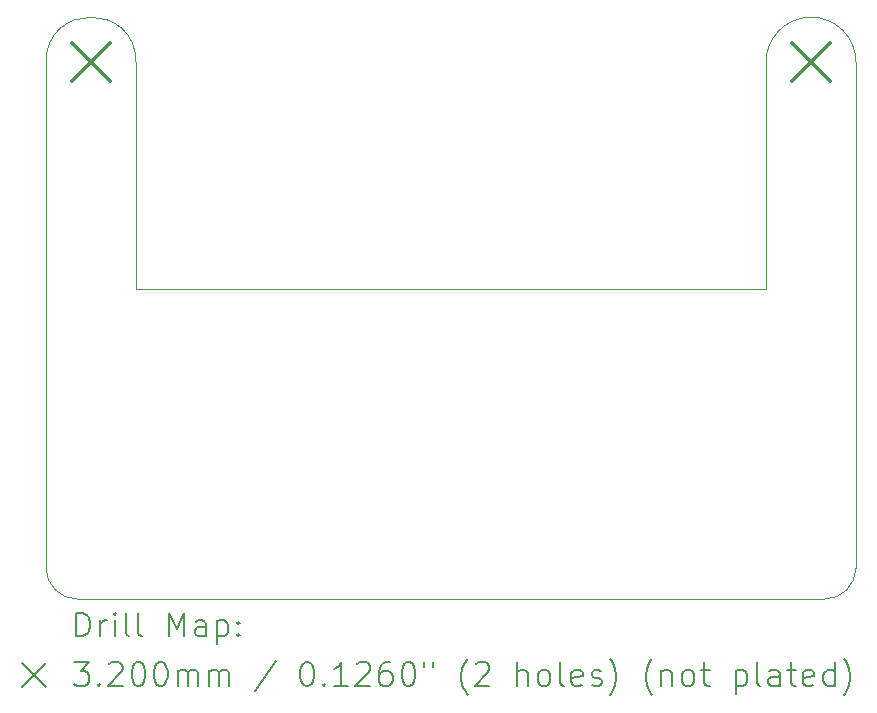
<source format=gbr>
%TF.GenerationSoftware,KiCad,Pcbnew,9.0.7*%
%TF.CreationDate,2026-02-21T16:48:58+00:00*%
%TF.ProjectId,z-axis-addon,7a2d6178-6973-42d6-9164-646f6e2e6b69,A*%
%TF.SameCoordinates,Original*%
%TF.FileFunction,Drillmap*%
%TF.FilePolarity,Positive*%
%FSLAX45Y45*%
G04 Gerber Fmt 4.5, Leading zero omitted, Abs format (unit mm)*
G04 Created by KiCad (PCBNEW 9.0.7) date 2026-02-21 16:48:58*
%MOMM*%
%LPD*%
G01*
G04 APERTURE LIST*
%ADD10C,0.050000*%
%ADD11C,0.200000*%
%ADD12C,0.320000*%
G04 APERTURE END LIST*
D10*
X15265400Y-13627100D02*
X15265400Y-13538200D01*
X22123400Y-13627100D02*
X22123400Y-13538200D01*
X15265400Y-9347200D02*
X15265400Y-10350500D01*
X16027400Y-10350500D02*
X16027400Y-9347200D01*
X22123400Y-9347200D02*
X22123400Y-10350500D01*
X21361612Y-10363193D02*
X21361612Y-9359893D01*
X16027400Y-11264900D02*
X16027400Y-10795000D01*
X21361612Y-11264900D02*
X16027400Y-11264900D01*
X21361612Y-10795000D02*
X21361612Y-11264900D01*
X15265400Y-13538200D02*
X15265400Y-10350500D01*
X17957800Y-13893800D02*
X15532100Y-13893800D01*
X22123400Y-13538200D02*
X22123400Y-12839700D01*
X22123400Y-13627100D02*
G75*
G02*
X21856700Y-13893800I-266700J0D01*
G01*
X15532100Y-13893800D02*
G75*
G02*
X15265400Y-13627100I0J266700D01*
G01*
X16027400Y-10363200D02*
X16027400Y-10350500D01*
X15265400Y-9347200D02*
G75*
G02*
X16027400Y-9347200I381000J0D01*
G01*
X21361612Y-10363193D02*
X21361612Y-10795000D01*
X21361612Y-9359893D02*
G75*
G02*
X22123400Y-9347200I380789J12693D01*
G01*
X22123400Y-10477500D02*
X22123400Y-10350500D01*
X19939000Y-13893800D02*
X17957800Y-13893800D01*
X22123400Y-12839700D02*
X22123400Y-10477500D01*
X16027400Y-10795000D02*
X16027400Y-10363200D01*
X21856700Y-13893800D02*
X19939000Y-13893800D01*
D11*
D12*
X15486400Y-9187200D02*
X15806400Y-9507200D01*
X15806400Y-9187200D02*
X15486400Y-9507200D01*
X21582400Y-9187200D02*
X21902400Y-9507200D01*
X21902400Y-9187200D02*
X21582400Y-9507200D01*
D11*
X15523677Y-14207784D02*
X15523677Y-14007784D01*
X15523677Y-14007784D02*
X15571296Y-14007784D01*
X15571296Y-14007784D02*
X15599867Y-14017308D01*
X15599867Y-14017308D02*
X15618915Y-14036355D01*
X15618915Y-14036355D02*
X15628439Y-14055403D01*
X15628439Y-14055403D02*
X15637962Y-14093498D01*
X15637962Y-14093498D02*
X15637962Y-14122069D01*
X15637962Y-14122069D02*
X15628439Y-14160165D01*
X15628439Y-14160165D02*
X15618915Y-14179212D01*
X15618915Y-14179212D02*
X15599867Y-14198260D01*
X15599867Y-14198260D02*
X15571296Y-14207784D01*
X15571296Y-14207784D02*
X15523677Y-14207784D01*
X15723677Y-14207784D02*
X15723677Y-14074450D01*
X15723677Y-14112546D02*
X15733201Y-14093498D01*
X15733201Y-14093498D02*
X15742724Y-14083974D01*
X15742724Y-14083974D02*
X15761772Y-14074450D01*
X15761772Y-14074450D02*
X15780820Y-14074450D01*
X15847486Y-14207784D02*
X15847486Y-14074450D01*
X15847486Y-14007784D02*
X15837962Y-14017308D01*
X15837962Y-14017308D02*
X15847486Y-14026831D01*
X15847486Y-14026831D02*
X15857010Y-14017308D01*
X15857010Y-14017308D02*
X15847486Y-14007784D01*
X15847486Y-14007784D02*
X15847486Y-14026831D01*
X15971296Y-14207784D02*
X15952248Y-14198260D01*
X15952248Y-14198260D02*
X15942724Y-14179212D01*
X15942724Y-14179212D02*
X15942724Y-14007784D01*
X16076058Y-14207784D02*
X16057010Y-14198260D01*
X16057010Y-14198260D02*
X16047486Y-14179212D01*
X16047486Y-14179212D02*
X16047486Y-14007784D01*
X16304629Y-14207784D02*
X16304629Y-14007784D01*
X16304629Y-14007784D02*
X16371296Y-14150641D01*
X16371296Y-14150641D02*
X16437962Y-14007784D01*
X16437962Y-14007784D02*
X16437962Y-14207784D01*
X16618915Y-14207784D02*
X16618915Y-14103022D01*
X16618915Y-14103022D02*
X16609391Y-14083974D01*
X16609391Y-14083974D02*
X16590343Y-14074450D01*
X16590343Y-14074450D02*
X16552248Y-14074450D01*
X16552248Y-14074450D02*
X16533201Y-14083974D01*
X16618915Y-14198260D02*
X16599867Y-14207784D01*
X16599867Y-14207784D02*
X16552248Y-14207784D01*
X16552248Y-14207784D02*
X16533201Y-14198260D01*
X16533201Y-14198260D02*
X16523677Y-14179212D01*
X16523677Y-14179212D02*
X16523677Y-14160165D01*
X16523677Y-14160165D02*
X16533201Y-14141117D01*
X16533201Y-14141117D02*
X16552248Y-14131593D01*
X16552248Y-14131593D02*
X16599867Y-14131593D01*
X16599867Y-14131593D02*
X16618915Y-14122069D01*
X16714153Y-14074450D02*
X16714153Y-14274450D01*
X16714153Y-14083974D02*
X16733201Y-14074450D01*
X16733201Y-14074450D02*
X16771296Y-14074450D01*
X16771296Y-14074450D02*
X16790344Y-14083974D01*
X16790344Y-14083974D02*
X16799867Y-14093498D01*
X16799867Y-14093498D02*
X16809391Y-14112546D01*
X16809391Y-14112546D02*
X16809391Y-14169688D01*
X16809391Y-14169688D02*
X16799867Y-14188736D01*
X16799867Y-14188736D02*
X16790344Y-14198260D01*
X16790344Y-14198260D02*
X16771296Y-14207784D01*
X16771296Y-14207784D02*
X16733201Y-14207784D01*
X16733201Y-14207784D02*
X16714153Y-14198260D01*
X16895105Y-14188736D02*
X16904629Y-14198260D01*
X16904629Y-14198260D02*
X16895105Y-14207784D01*
X16895105Y-14207784D02*
X16885582Y-14198260D01*
X16885582Y-14198260D02*
X16895105Y-14188736D01*
X16895105Y-14188736D02*
X16895105Y-14207784D01*
X16895105Y-14083974D02*
X16904629Y-14093498D01*
X16904629Y-14093498D02*
X16895105Y-14103022D01*
X16895105Y-14103022D02*
X16885582Y-14093498D01*
X16885582Y-14093498D02*
X16895105Y-14083974D01*
X16895105Y-14083974D02*
X16895105Y-14103022D01*
X15062900Y-14436300D02*
X15262900Y-14636300D01*
X15262900Y-14436300D02*
X15062900Y-14636300D01*
X15504629Y-14427784D02*
X15628439Y-14427784D01*
X15628439Y-14427784D02*
X15561772Y-14503974D01*
X15561772Y-14503974D02*
X15590343Y-14503974D01*
X15590343Y-14503974D02*
X15609391Y-14513498D01*
X15609391Y-14513498D02*
X15618915Y-14523022D01*
X15618915Y-14523022D02*
X15628439Y-14542069D01*
X15628439Y-14542069D02*
X15628439Y-14589688D01*
X15628439Y-14589688D02*
X15618915Y-14608736D01*
X15618915Y-14608736D02*
X15609391Y-14618260D01*
X15609391Y-14618260D02*
X15590343Y-14627784D01*
X15590343Y-14627784D02*
X15533201Y-14627784D01*
X15533201Y-14627784D02*
X15514153Y-14618260D01*
X15514153Y-14618260D02*
X15504629Y-14608736D01*
X15714153Y-14608736D02*
X15723677Y-14618260D01*
X15723677Y-14618260D02*
X15714153Y-14627784D01*
X15714153Y-14627784D02*
X15704629Y-14618260D01*
X15704629Y-14618260D02*
X15714153Y-14608736D01*
X15714153Y-14608736D02*
X15714153Y-14627784D01*
X15799867Y-14446831D02*
X15809391Y-14437308D01*
X15809391Y-14437308D02*
X15828439Y-14427784D01*
X15828439Y-14427784D02*
X15876058Y-14427784D01*
X15876058Y-14427784D02*
X15895105Y-14437308D01*
X15895105Y-14437308D02*
X15904629Y-14446831D01*
X15904629Y-14446831D02*
X15914153Y-14465879D01*
X15914153Y-14465879D02*
X15914153Y-14484927D01*
X15914153Y-14484927D02*
X15904629Y-14513498D01*
X15904629Y-14513498D02*
X15790343Y-14627784D01*
X15790343Y-14627784D02*
X15914153Y-14627784D01*
X16037962Y-14427784D02*
X16057010Y-14427784D01*
X16057010Y-14427784D02*
X16076058Y-14437308D01*
X16076058Y-14437308D02*
X16085582Y-14446831D01*
X16085582Y-14446831D02*
X16095105Y-14465879D01*
X16095105Y-14465879D02*
X16104629Y-14503974D01*
X16104629Y-14503974D02*
X16104629Y-14551593D01*
X16104629Y-14551593D02*
X16095105Y-14589688D01*
X16095105Y-14589688D02*
X16085582Y-14608736D01*
X16085582Y-14608736D02*
X16076058Y-14618260D01*
X16076058Y-14618260D02*
X16057010Y-14627784D01*
X16057010Y-14627784D02*
X16037962Y-14627784D01*
X16037962Y-14627784D02*
X16018915Y-14618260D01*
X16018915Y-14618260D02*
X16009391Y-14608736D01*
X16009391Y-14608736D02*
X15999867Y-14589688D01*
X15999867Y-14589688D02*
X15990343Y-14551593D01*
X15990343Y-14551593D02*
X15990343Y-14503974D01*
X15990343Y-14503974D02*
X15999867Y-14465879D01*
X15999867Y-14465879D02*
X16009391Y-14446831D01*
X16009391Y-14446831D02*
X16018915Y-14437308D01*
X16018915Y-14437308D02*
X16037962Y-14427784D01*
X16228439Y-14427784D02*
X16247486Y-14427784D01*
X16247486Y-14427784D02*
X16266534Y-14437308D01*
X16266534Y-14437308D02*
X16276058Y-14446831D01*
X16276058Y-14446831D02*
X16285582Y-14465879D01*
X16285582Y-14465879D02*
X16295105Y-14503974D01*
X16295105Y-14503974D02*
X16295105Y-14551593D01*
X16295105Y-14551593D02*
X16285582Y-14589688D01*
X16285582Y-14589688D02*
X16276058Y-14608736D01*
X16276058Y-14608736D02*
X16266534Y-14618260D01*
X16266534Y-14618260D02*
X16247486Y-14627784D01*
X16247486Y-14627784D02*
X16228439Y-14627784D01*
X16228439Y-14627784D02*
X16209391Y-14618260D01*
X16209391Y-14618260D02*
X16199867Y-14608736D01*
X16199867Y-14608736D02*
X16190343Y-14589688D01*
X16190343Y-14589688D02*
X16180820Y-14551593D01*
X16180820Y-14551593D02*
X16180820Y-14503974D01*
X16180820Y-14503974D02*
X16190343Y-14465879D01*
X16190343Y-14465879D02*
X16199867Y-14446831D01*
X16199867Y-14446831D02*
X16209391Y-14437308D01*
X16209391Y-14437308D02*
X16228439Y-14427784D01*
X16380820Y-14627784D02*
X16380820Y-14494450D01*
X16380820Y-14513498D02*
X16390343Y-14503974D01*
X16390343Y-14503974D02*
X16409391Y-14494450D01*
X16409391Y-14494450D02*
X16437963Y-14494450D01*
X16437963Y-14494450D02*
X16457010Y-14503974D01*
X16457010Y-14503974D02*
X16466534Y-14523022D01*
X16466534Y-14523022D02*
X16466534Y-14627784D01*
X16466534Y-14523022D02*
X16476058Y-14503974D01*
X16476058Y-14503974D02*
X16495105Y-14494450D01*
X16495105Y-14494450D02*
X16523677Y-14494450D01*
X16523677Y-14494450D02*
X16542724Y-14503974D01*
X16542724Y-14503974D02*
X16552248Y-14523022D01*
X16552248Y-14523022D02*
X16552248Y-14627784D01*
X16647486Y-14627784D02*
X16647486Y-14494450D01*
X16647486Y-14513498D02*
X16657010Y-14503974D01*
X16657010Y-14503974D02*
X16676058Y-14494450D01*
X16676058Y-14494450D02*
X16704629Y-14494450D01*
X16704629Y-14494450D02*
X16723677Y-14503974D01*
X16723677Y-14503974D02*
X16733201Y-14523022D01*
X16733201Y-14523022D02*
X16733201Y-14627784D01*
X16733201Y-14523022D02*
X16742724Y-14503974D01*
X16742724Y-14503974D02*
X16761772Y-14494450D01*
X16761772Y-14494450D02*
X16790344Y-14494450D01*
X16790344Y-14494450D02*
X16809391Y-14503974D01*
X16809391Y-14503974D02*
X16818915Y-14523022D01*
X16818915Y-14523022D02*
X16818915Y-14627784D01*
X17209391Y-14418260D02*
X17037963Y-14675403D01*
X17466534Y-14427784D02*
X17485582Y-14427784D01*
X17485582Y-14427784D02*
X17504629Y-14437308D01*
X17504629Y-14437308D02*
X17514153Y-14446831D01*
X17514153Y-14446831D02*
X17523677Y-14465879D01*
X17523677Y-14465879D02*
X17533201Y-14503974D01*
X17533201Y-14503974D02*
X17533201Y-14551593D01*
X17533201Y-14551593D02*
X17523677Y-14589688D01*
X17523677Y-14589688D02*
X17514153Y-14608736D01*
X17514153Y-14608736D02*
X17504629Y-14618260D01*
X17504629Y-14618260D02*
X17485582Y-14627784D01*
X17485582Y-14627784D02*
X17466534Y-14627784D01*
X17466534Y-14627784D02*
X17447487Y-14618260D01*
X17447487Y-14618260D02*
X17437963Y-14608736D01*
X17437963Y-14608736D02*
X17428439Y-14589688D01*
X17428439Y-14589688D02*
X17418915Y-14551593D01*
X17418915Y-14551593D02*
X17418915Y-14503974D01*
X17418915Y-14503974D02*
X17428439Y-14465879D01*
X17428439Y-14465879D02*
X17437963Y-14446831D01*
X17437963Y-14446831D02*
X17447487Y-14437308D01*
X17447487Y-14437308D02*
X17466534Y-14427784D01*
X17618915Y-14608736D02*
X17628439Y-14618260D01*
X17628439Y-14618260D02*
X17618915Y-14627784D01*
X17618915Y-14627784D02*
X17609391Y-14618260D01*
X17609391Y-14618260D02*
X17618915Y-14608736D01*
X17618915Y-14608736D02*
X17618915Y-14627784D01*
X17818915Y-14627784D02*
X17704629Y-14627784D01*
X17761772Y-14627784D02*
X17761772Y-14427784D01*
X17761772Y-14427784D02*
X17742725Y-14456355D01*
X17742725Y-14456355D02*
X17723677Y-14475403D01*
X17723677Y-14475403D02*
X17704629Y-14484927D01*
X17895106Y-14446831D02*
X17904629Y-14437308D01*
X17904629Y-14437308D02*
X17923677Y-14427784D01*
X17923677Y-14427784D02*
X17971296Y-14427784D01*
X17971296Y-14427784D02*
X17990344Y-14437308D01*
X17990344Y-14437308D02*
X17999868Y-14446831D01*
X17999868Y-14446831D02*
X18009391Y-14465879D01*
X18009391Y-14465879D02*
X18009391Y-14484927D01*
X18009391Y-14484927D02*
X17999868Y-14513498D01*
X17999868Y-14513498D02*
X17885582Y-14627784D01*
X17885582Y-14627784D02*
X18009391Y-14627784D01*
X18180820Y-14427784D02*
X18142725Y-14427784D01*
X18142725Y-14427784D02*
X18123677Y-14437308D01*
X18123677Y-14437308D02*
X18114153Y-14446831D01*
X18114153Y-14446831D02*
X18095106Y-14475403D01*
X18095106Y-14475403D02*
X18085582Y-14513498D01*
X18085582Y-14513498D02*
X18085582Y-14589688D01*
X18085582Y-14589688D02*
X18095106Y-14608736D01*
X18095106Y-14608736D02*
X18104629Y-14618260D01*
X18104629Y-14618260D02*
X18123677Y-14627784D01*
X18123677Y-14627784D02*
X18161772Y-14627784D01*
X18161772Y-14627784D02*
X18180820Y-14618260D01*
X18180820Y-14618260D02*
X18190344Y-14608736D01*
X18190344Y-14608736D02*
X18199868Y-14589688D01*
X18199868Y-14589688D02*
X18199868Y-14542069D01*
X18199868Y-14542069D02*
X18190344Y-14523022D01*
X18190344Y-14523022D02*
X18180820Y-14513498D01*
X18180820Y-14513498D02*
X18161772Y-14503974D01*
X18161772Y-14503974D02*
X18123677Y-14503974D01*
X18123677Y-14503974D02*
X18104629Y-14513498D01*
X18104629Y-14513498D02*
X18095106Y-14523022D01*
X18095106Y-14523022D02*
X18085582Y-14542069D01*
X18323677Y-14427784D02*
X18342725Y-14427784D01*
X18342725Y-14427784D02*
X18361772Y-14437308D01*
X18361772Y-14437308D02*
X18371296Y-14446831D01*
X18371296Y-14446831D02*
X18380820Y-14465879D01*
X18380820Y-14465879D02*
X18390344Y-14503974D01*
X18390344Y-14503974D02*
X18390344Y-14551593D01*
X18390344Y-14551593D02*
X18380820Y-14589688D01*
X18380820Y-14589688D02*
X18371296Y-14608736D01*
X18371296Y-14608736D02*
X18361772Y-14618260D01*
X18361772Y-14618260D02*
X18342725Y-14627784D01*
X18342725Y-14627784D02*
X18323677Y-14627784D01*
X18323677Y-14627784D02*
X18304629Y-14618260D01*
X18304629Y-14618260D02*
X18295106Y-14608736D01*
X18295106Y-14608736D02*
X18285582Y-14589688D01*
X18285582Y-14589688D02*
X18276058Y-14551593D01*
X18276058Y-14551593D02*
X18276058Y-14503974D01*
X18276058Y-14503974D02*
X18285582Y-14465879D01*
X18285582Y-14465879D02*
X18295106Y-14446831D01*
X18295106Y-14446831D02*
X18304629Y-14437308D01*
X18304629Y-14437308D02*
X18323677Y-14427784D01*
X18466534Y-14427784D02*
X18466534Y-14465879D01*
X18542725Y-14427784D02*
X18542725Y-14465879D01*
X18837963Y-14703974D02*
X18828439Y-14694450D01*
X18828439Y-14694450D02*
X18809391Y-14665879D01*
X18809391Y-14665879D02*
X18799868Y-14646831D01*
X18799868Y-14646831D02*
X18790344Y-14618260D01*
X18790344Y-14618260D02*
X18780820Y-14570641D01*
X18780820Y-14570641D02*
X18780820Y-14532546D01*
X18780820Y-14532546D02*
X18790344Y-14484927D01*
X18790344Y-14484927D02*
X18799868Y-14456355D01*
X18799868Y-14456355D02*
X18809391Y-14437308D01*
X18809391Y-14437308D02*
X18828439Y-14408736D01*
X18828439Y-14408736D02*
X18837963Y-14399212D01*
X18904630Y-14446831D02*
X18914153Y-14437308D01*
X18914153Y-14437308D02*
X18933201Y-14427784D01*
X18933201Y-14427784D02*
X18980820Y-14427784D01*
X18980820Y-14427784D02*
X18999868Y-14437308D01*
X18999868Y-14437308D02*
X19009391Y-14446831D01*
X19009391Y-14446831D02*
X19018915Y-14465879D01*
X19018915Y-14465879D02*
X19018915Y-14484927D01*
X19018915Y-14484927D02*
X19009391Y-14513498D01*
X19009391Y-14513498D02*
X18895106Y-14627784D01*
X18895106Y-14627784D02*
X19018915Y-14627784D01*
X19257011Y-14627784D02*
X19257011Y-14427784D01*
X19342725Y-14627784D02*
X19342725Y-14523022D01*
X19342725Y-14523022D02*
X19333201Y-14503974D01*
X19333201Y-14503974D02*
X19314153Y-14494450D01*
X19314153Y-14494450D02*
X19285582Y-14494450D01*
X19285582Y-14494450D02*
X19266534Y-14503974D01*
X19266534Y-14503974D02*
X19257011Y-14513498D01*
X19466534Y-14627784D02*
X19447487Y-14618260D01*
X19447487Y-14618260D02*
X19437963Y-14608736D01*
X19437963Y-14608736D02*
X19428439Y-14589688D01*
X19428439Y-14589688D02*
X19428439Y-14532546D01*
X19428439Y-14532546D02*
X19437963Y-14513498D01*
X19437963Y-14513498D02*
X19447487Y-14503974D01*
X19447487Y-14503974D02*
X19466534Y-14494450D01*
X19466534Y-14494450D02*
X19495106Y-14494450D01*
X19495106Y-14494450D02*
X19514153Y-14503974D01*
X19514153Y-14503974D02*
X19523677Y-14513498D01*
X19523677Y-14513498D02*
X19533201Y-14532546D01*
X19533201Y-14532546D02*
X19533201Y-14589688D01*
X19533201Y-14589688D02*
X19523677Y-14608736D01*
X19523677Y-14608736D02*
X19514153Y-14618260D01*
X19514153Y-14618260D02*
X19495106Y-14627784D01*
X19495106Y-14627784D02*
X19466534Y-14627784D01*
X19647487Y-14627784D02*
X19628439Y-14618260D01*
X19628439Y-14618260D02*
X19618915Y-14599212D01*
X19618915Y-14599212D02*
X19618915Y-14427784D01*
X19799868Y-14618260D02*
X19780820Y-14627784D01*
X19780820Y-14627784D02*
X19742725Y-14627784D01*
X19742725Y-14627784D02*
X19723677Y-14618260D01*
X19723677Y-14618260D02*
X19714153Y-14599212D01*
X19714153Y-14599212D02*
X19714153Y-14523022D01*
X19714153Y-14523022D02*
X19723677Y-14503974D01*
X19723677Y-14503974D02*
X19742725Y-14494450D01*
X19742725Y-14494450D02*
X19780820Y-14494450D01*
X19780820Y-14494450D02*
X19799868Y-14503974D01*
X19799868Y-14503974D02*
X19809392Y-14523022D01*
X19809392Y-14523022D02*
X19809392Y-14542069D01*
X19809392Y-14542069D02*
X19714153Y-14561117D01*
X19885582Y-14618260D02*
X19904630Y-14627784D01*
X19904630Y-14627784D02*
X19942725Y-14627784D01*
X19942725Y-14627784D02*
X19961773Y-14618260D01*
X19961773Y-14618260D02*
X19971296Y-14599212D01*
X19971296Y-14599212D02*
X19971296Y-14589688D01*
X19971296Y-14589688D02*
X19961773Y-14570641D01*
X19961773Y-14570641D02*
X19942725Y-14561117D01*
X19942725Y-14561117D02*
X19914153Y-14561117D01*
X19914153Y-14561117D02*
X19895106Y-14551593D01*
X19895106Y-14551593D02*
X19885582Y-14532546D01*
X19885582Y-14532546D02*
X19885582Y-14523022D01*
X19885582Y-14523022D02*
X19895106Y-14503974D01*
X19895106Y-14503974D02*
X19914153Y-14494450D01*
X19914153Y-14494450D02*
X19942725Y-14494450D01*
X19942725Y-14494450D02*
X19961773Y-14503974D01*
X20037963Y-14703974D02*
X20047487Y-14694450D01*
X20047487Y-14694450D02*
X20066534Y-14665879D01*
X20066534Y-14665879D02*
X20076058Y-14646831D01*
X20076058Y-14646831D02*
X20085582Y-14618260D01*
X20085582Y-14618260D02*
X20095106Y-14570641D01*
X20095106Y-14570641D02*
X20095106Y-14532546D01*
X20095106Y-14532546D02*
X20085582Y-14484927D01*
X20085582Y-14484927D02*
X20076058Y-14456355D01*
X20076058Y-14456355D02*
X20066534Y-14437308D01*
X20066534Y-14437308D02*
X20047487Y-14408736D01*
X20047487Y-14408736D02*
X20037963Y-14399212D01*
X20399868Y-14703974D02*
X20390344Y-14694450D01*
X20390344Y-14694450D02*
X20371296Y-14665879D01*
X20371296Y-14665879D02*
X20361773Y-14646831D01*
X20361773Y-14646831D02*
X20352249Y-14618260D01*
X20352249Y-14618260D02*
X20342725Y-14570641D01*
X20342725Y-14570641D02*
X20342725Y-14532546D01*
X20342725Y-14532546D02*
X20352249Y-14484927D01*
X20352249Y-14484927D02*
X20361773Y-14456355D01*
X20361773Y-14456355D02*
X20371296Y-14437308D01*
X20371296Y-14437308D02*
X20390344Y-14408736D01*
X20390344Y-14408736D02*
X20399868Y-14399212D01*
X20476058Y-14494450D02*
X20476058Y-14627784D01*
X20476058Y-14513498D02*
X20485582Y-14503974D01*
X20485582Y-14503974D02*
X20504630Y-14494450D01*
X20504630Y-14494450D02*
X20533201Y-14494450D01*
X20533201Y-14494450D02*
X20552249Y-14503974D01*
X20552249Y-14503974D02*
X20561773Y-14523022D01*
X20561773Y-14523022D02*
X20561773Y-14627784D01*
X20685582Y-14627784D02*
X20666534Y-14618260D01*
X20666534Y-14618260D02*
X20657011Y-14608736D01*
X20657011Y-14608736D02*
X20647487Y-14589688D01*
X20647487Y-14589688D02*
X20647487Y-14532546D01*
X20647487Y-14532546D02*
X20657011Y-14513498D01*
X20657011Y-14513498D02*
X20666534Y-14503974D01*
X20666534Y-14503974D02*
X20685582Y-14494450D01*
X20685582Y-14494450D02*
X20714154Y-14494450D01*
X20714154Y-14494450D02*
X20733201Y-14503974D01*
X20733201Y-14503974D02*
X20742725Y-14513498D01*
X20742725Y-14513498D02*
X20752249Y-14532546D01*
X20752249Y-14532546D02*
X20752249Y-14589688D01*
X20752249Y-14589688D02*
X20742725Y-14608736D01*
X20742725Y-14608736D02*
X20733201Y-14618260D01*
X20733201Y-14618260D02*
X20714154Y-14627784D01*
X20714154Y-14627784D02*
X20685582Y-14627784D01*
X20809392Y-14494450D02*
X20885582Y-14494450D01*
X20837963Y-14427784D02*
X20837963Y-14599212D01*
X20837963Y-14599212D02*
X20847487Y-14618260D01*
X20847487Y-14618260D02*
X20866534Y-14627784D01*
X20866534Y-14627784D02*
X20885582Y-14627784D01*
X21104630Y-14494450D02*
X21104630Y-14694450D01*
X21104630Y-14503974D02*
X21123677Y-14494450D01*
X21123677Y-14494450D02*
X21161773Y-14494450D01*
X21161773Y-14494450D02*
X21180820Y-14503974D01*
X21180820Y-14503974D02*
X21190344Y-14513498D01*
X21190344Y-14513498D02*
X21199868Y-14532546D01*
X21199868Y-14532546D02*
X21199868Y-14589688D01*
X21199868Y-14589688D02*
X21190344Y-14608736D01*
X21190344Y-14608736D02*
X21180820Y-14618260D01*
X21180820Y-14618260D02*
X21161773Y-14627784D01*
X21161773Y-14627784D02*
X21123677Y-14627784D01*
X21123677Y-14627784D02*
X21104630Y-14618260D01*
X21314154Y-14627784D02*
X21295106Y-14618260D01*
X21295106Y-14618260D02*
X21285582Y-14599212D01*
X21285582Y-14599212D02*
X21285582Y-14427784D01*
X21476058Y-14627784D02*
X21476058Y-14523022D01*
X21476058Y-14523022D02*
X21466535Y-14503974D01*
X21466535Y-14503974D02*
X21447487Y-14494450D01*
X21447487Y-14494450D02*
X21409392Y-14494450D01*
X21409392Y-14494450D02*
X21390344Y-14503974D01*
X21476058Y-14618260D02*
X21457011Y-14627784D01*
X21457011Y-14627784D02*
X21409392Y-14627784D01*
X21409392Y-14627784D02*
X21390344Y-14618260D01*
X21390344Y-14618260D02*
X21380820Y-14599212D01*
X21380820Y-14599212D02*
X21380820Y-14580165D01*
X21380820Y-14580165D02*
X21390344Y-14561117D01*
X21390344Y-14561117D02*
X21409392Y-14551593D01*
X21409392Y-14551593D02*
X21457011Y-14551593D01*
X21457011Y-14551593D02*
X21476058Y-14542069D01*
X21542725Y-14494450D02*
X21618915Y-14494450D01*
X21571296Y-14427784D02*
X21571296Y-14599212D01*
X21571296Y-14599212D02*
X21580820Y-14618260D01*
X21580820Y-14618260D02*
X21599868Y-14627784D01*
X21599868Y-14627784D02*
X21618915Y-14627784D01*
X21761773Y-14618260D02*
X21742725Y-14627784D01*
X21742725Y-14627784D02*
X21704630Y-14627784D01*
X21704630Y-14627784D02*
X21685582Y-14618260D01*
X21685582Y-14618260D02*
X21676058Y-14599212D01*
X21676058Y-14599212D02*
X21676058Y-14523022D01*
X21676058Y-14523022D02*
X21685582Y-14503974D01*
X21685582Y-14503974D02*
X21704630Y-14494450D01*
X21704630Y-14494450D02*
X21742725Y-14494450D01*
X21742725Y-14494450D02*
X21761773Y-14503974D01*
X21761773Y-14503974D02*
X21771296Y-14523022D01*
X21771296Y-14523022D02*
X21771296Y-14542069D01*
X21771296Y-14542069D02*
X21676058Y-14561117D01*
X21942725Y-14627784D02*
X21942725Y-14427784D01*
X21942725Y-14618260D02*
X21923677Y-14627784D01*
X21923677Y-14627784D02*
X21885582Y-14627784D01*
X21885582Y-14627784D02*
X21866535Y-14618260D01*
X21866535Y-14618260D02*
X21857011Y-14608736D01*
X21857011Y-14608736D02*
X21847487Y-14589688D01*
X21847487Y-14589688D02*
X21847487Y-14532546D01*
X21847487Y-14532546D02*
X21857011Y-14513498D01*
X21857011Y-14513498D02*
X21866535Y-14503974D01*
X21866535Y-14503974D02*
X21885582Y-14494450D01*
X21885582Y-14494450D02*
X21923677Y-14494450D01*
X21923677Y-14494450D02*
X21942725Y-14503974D01*
X22018916Y-14703974D02*
X22028439Y-14694450D01*
X22028439Y-14694450D02*
X22047487Y-14665879D01*
X22047487Y-14665879D02*
X22057011Y-14646831D01*
X22057011Y-14646831D02*
X22066535Y-14618260D01*
X22066535Y-14618260D02*
X22076058Y-14570641D01*
X22076058Y-14570641D02*
X22076058Y-14532546D01*
X22076058Y-14532546D02*
X22066535Y-14484927D01*
X22066535Y-14484927D02*
X22057011Y-14456355D01*
X22057011Y-14456355D02*
X22047487Y-14437308D01*
X22047487Y-14437308D02*
X22028439Y-14408736D01*
X22028439Y-14408736D02*
X22018916Y-14399212D01*
M02*

</source>
